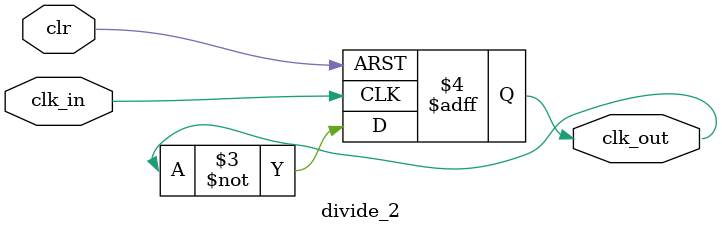
<source format=v>
module divide_2(clk_in, clr, clk_out);
    input clk_in;
    input clr;
    output reg clk_out;

    always @(posedge clk_in, negedge clr) begin
        if (!clr) 
            clk_out <= 0;
        else 
            clk_out <= ~clk_out;
    end
endmodule
</source>
